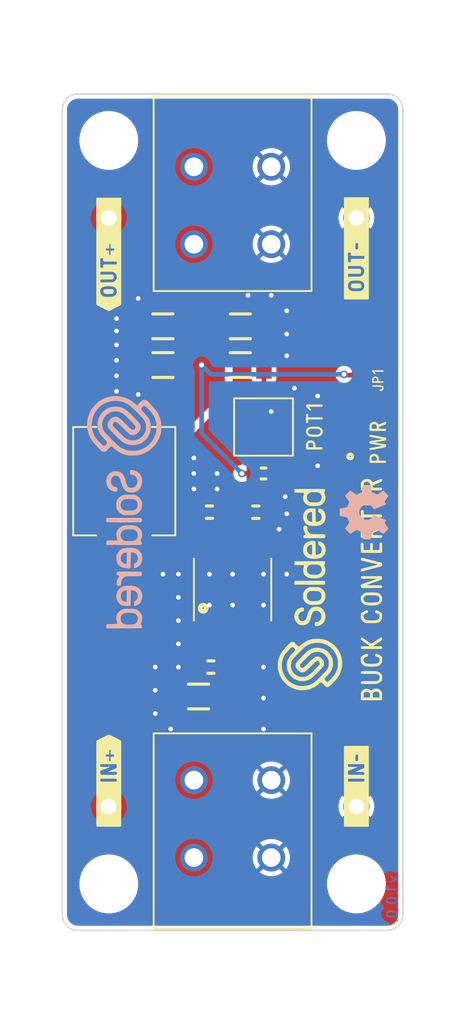
<source format=kicad_pcb>
(kicad_pcb (version 20210126) (generator pcbnew)
  (layers (0 "F.Cu" mixed) (31 "B.Cu" signal) (34 "B.Paste" user) (35 "F.Paste" user) (36 "B.SilkS" user "B.Silkscreen") (37 "F.SilkS" user "F.Silkscreen") (38 "B.Mask" user) (39 "F.Mask" user) (44 "Edge.Cuts" user))
  (net 0 "")
  (net 1 "VIN")
  (net 2 "GND")
  (net 3 "Net-(C3-Pad2)")
  (net 4 "Net-(C4-Pad2)")
  (net 5 "Net-(C4-Pad1)")
  (net 6 "VCC")
  (net 7 "Net-(R2-Pad1)")
  (net 9 "Net-(D1-Pad1)")
  (net 10 "Net-(JP1-Pad2)")
  (footprint "Soldered Graphics:Logo-Back-SolderedFULL-15mm" (layer "F.Cu") (at 84 103 90)
    (fp_text reference "REF**" hide)
    (fp_text value "Logo-Front-SolderedFULL-15mm" hide)
  )
  (footprint "e-radionica.com footprinti:1206C" (layer "F.Cu") (at 86.5 93.5)
    (fp_text reference "C7")
    (fp_text value "GRT31CR61H106KE01L")
    (pad "1" smd rect (at -1.525 0 90) (size 1.75 1) (layers "F.Cu" "F.Paste" "F.Mask") (net 2 "GND"))
    (pad "2" smd rect (at 1.525 0 90) (size 1.75 1) (layers "F.Cu" "F.Paste" "F.Mask") (net 6 "VCC"))
  )
  (footprint "e-radionica.com footprinti:HOLE_3.2mm" (layer "F.Cu") (at 99 127)
    (fp_text reference "H3" hide)
    (fp_text value "HOLE_3.2mm" hide)
    (pad "" np_thru_hole circle (at 0 0) (size 3.2 3.2) (drill 3.2) (layers F&B.Cu *.Mask))
  )
  (footprint "e-radionica.com footprinti:SOIC-8_POWERPAD" (layer "F.Cu") (at 91 108 90)
    (fp_text reference "U1")
    (fp_text value "LMR33630BDDA")
    (pad "1" smd rect (at -2.7 -1.905 90) (size 1.55 0.6) (layers "F.Cu" "F.Paste" "F.Mask") (net 2 "GND"))
    (pad "2" smd rect (at -2.7 -0.635 90) (size 1.55 0.6) (layers "F.Cu" "F.Paste" "F.Mask") (net 1 "VIN"))
    (pad "3" smd rect (at -2.7 0.635 90) (size 1.55 0.6) (layers "F.Cu" "F.Paste" "F.Mask") (net 1 "VIN"))
    (pad "4" smd rect (at -2.7 1.905 90) (size 1.55 0.6) (layers "F.Cu" "F.Paste" "F.Mask"))
    (pad "5" smd rect (at 2.7 1.905 90) (size 1.55 0.6) (layers "F.Cu" "F.Paste" "F.Mask") (net 7 "Net-(R2-Pad1)"))
    (pad "6" smd rect (at 2.7 0.635 90) (size 1.55 0.6) (layers "F.Cu" "F.Paste" "F.Mask") (net 3 "Net-(C3-Pad2)"))
    (pad "7" smd rect (at 2.7 -0.635 90) (size 1.55 0.6) (layers "F.Cu" "F.Paste" "F.Mask") (net 5 "Net-(C4-Pad1)"))
    (pad "8" smd rect (at 2.7 -1.905 90) (size 1.55 0.6) (layers "F.Cu" "F.Paste" "F.Mask") (net 4 "Net-(C4-Pad2)"))
    (pad "9" smd rect (at 0 0 90) (size 2.95 4.9) (layers "F.Cu") (net 2 "GND"))
  )
  (footprint "e-radionica.com footprinti:1206C" (layer "F.Cu") (at 88.8 114.9)
    (fp_text reference "C1")
    (fp_text value "GRT31CR61H106KE01L")
    (pad "1" smd rect (at -1.525 0 90) (size 1.75 1) (layers "F.Cu" "F.Paste" "F.Mask") (net 2 "GND"))
    (pad "2" smd rect (at 1.525 0 90) (size 1.75 1) (layers "F.Cu" "F.Paste" "F.Mask") (net 1 "VIN"))
  )
  (footprint "e-radionica.com footprinti:1206C" (layer "F.Cu") (at 91.5 93.5 180)
    (fp_text reference "C5")
    (fp_text value "GRT31CR61H106KE01L")
    (pad "1" smd rect (at -1.525 0 270) (size 1.75 1) (layers "F.Cu" "F.Paste" "F.Mask") (net 2 "GND"))
    (pad "2" smd rect (at 1.525 0 270) (size 1.75 1) (layers "F.Cu" "F.Paste" "F.Mask") (net 6 "VCC"))
  )
  (footprint "e-radionica.com footprinti:tc33x-2-103e" (layer "F.Cu") (at 93 97.5 90)
    (fp_text reference "R3")
    (fp_text value "TC33X-2-503E")
    (pad "1" smd rect (at -1 1.8 90) (size 1.2 1.2) (layers "F.Cu" "F.Paste" "F.Mask"))
    (pad "2" smd rect (at 0 -1.45 90) (size 1.6 1.5) (layers "F.Cu" "F.Paste" "F.Mask") (net 7 "Net-(R2-Pad1)"))
    (pad "3" smd rect (at 1 1.8 90) (size 1.2 1.2) (layers "F.Cu" "F.Paste" "F.Mask") (net 2 "GND"))
  )
  (footprint "buzzardLabel" (layer "F.Cu") (at 100.4 94.5 90)
    (fp_text reference "" (at 0 0 90) (layer "F.SilkS") (effects (font (size 1.27 1.27))))
    (fp_text value "" (at 0 0 90) (layer "F.SilkS") (effects (font (size 1.27 1.27))))
  )
  (footprint "buzzardLabel" (layer "F.Cu") (at 100 108 90)
    (fp_text reference "" (at 0 0 90) (layer "F.SilkS") (effects (font (size 1.27 1.27))))
    (fp_text value "" (at 0 0 90) (layer "F.SilkS") (effects (font (size 1.27 1.27))))
  )
  (footprint "e-radionica.com footprinti:TERMINAL_KF235-5.0-2P" (layer "F.Cu") (at 91 122.8)
    (fp_text reference "K1")
    (fp_text value "TERMINAL_KF235-5.0-2P")
    (pad "1" thru_hole circle (at 2.5 2.5) (size 1.8 1.8) (drill 1.2) (layers *.Cu *.Mask) (net 2 "GND"))
    (pad "1" thru_hole circle (at 2.5 -2.5) (size 1.8 1.8) (drill 1.2) (layers *.Cu *.Mask) (net 2 "GND"))
    (pad "2" thru_hole circle (at -2.5 2.5) (size 1.8 1.8) (drill 1.2) (layers *.Cu *.Mask) (net 1 "VIN"))
    (pad "2" thru_hole circle (at -2.5 -2.5) (size 1.8 1.8) (drill 1.2) (layers *.Cu *.Mask) (net 1 "VIN"))
  )
  (footprint "Soldered Graphics:Logo-Back-OSH-3.5mm" (layer "F.Cu") (at 99.5 103 90)
    (fp_text reference "G***" hide)
    (fp_text value "LOGO" hide)
  )
  (footprint "Soldered Graphics:Logo-Front-SolderedFULL-13mm" (layer "F.Cu") (at 96 108 90)
    (fp_text reference "REF**" hide)
    (fp_text value "Logo-Front-SolderedFULL-13mm" hide)
  )
  (footprint "buzzardLabel" (layer "F.Cu") (at 96.3 97.5 90)
    (fp_text reference "" (at 0 0 90) (layer "F.SilkS") (effects (font (size 1.27 1.27))))
    (fp_text value "" (at 0 0 90) (layer "F.SilkS") (effects (font (size 1.27 1.27))))
  )
  (footprint "e-radionica.com footprinti:SMD-JUMPER-CONNECTED_TRACE_NOSLODERMASK" (layer "F.Cu") (at 99.2 94.5 -90)
    (fp_text reference "JP1")
    (fp_text value "SMD-JUMPER-CONNECTED_TRACE_NOSLODERMASK")
    (fp_poly (pts (xy 0.1 0.1) (xy -0.1 0.1) (xy -0.1 -0.1) (xy 0.1 -0.1)) (layer "F.Cu") (width 0.1) (fill solid))
    (pad "1" smd rect (at -0.35 0 270) (size 0.5 1) (layers "F.Cu") (net 6 "VCC"))
    (pad "2" smd rect (at 0.35 0 270) (size 0.5 1) (layers "F.Cu") (net 10 "Net-(JP1-Pad2)"))
  )
  (footprint "e-radionica.com footprinti:HEADER_MALE_1X1" (layer "F.Cu") (at 99 84)
    (fp_text reference "K6")
    (fp_text value "HEADER_MALE_1X1")
    (pad "1" thru_hole circle (at 0 0) (size 1.7 1.7) (drill 1) (layers *.Cu *.Mask) (net 2 "GND"))
  )
  (footprint "buzzardLabel" (layer "F.Cu") (at 99 82.27 90)
    (fp_text reference "" (at 0 0 90) (layer "F.SilkS") (effects (font (size 1.27 1.27))))
    (fp_text value "" (at 0 0 90) (layer "F.SilkS") (effects (font (size 1.27 1.27))))
  )
  (footprint "buzzardLabel" (layer "F.Cu") (at 83 123.7 90)
    (fp_text reference "" (at 0 0 90) (layer "F.SilkS") (effects (font (size 1.27 1.27))))
    (fp_text value "" (at 0 0 90) (layer "F.SilkS") (effects (font (size 1.27 1.27))))
  )
  (footprint "e-radionica.com footprinti:FIDUCIAL_1MM_PASTE" (layer "F.Cu") (at 91 128)
    (fp_text reference "FD1")
    (fp_text value "Fiducial_Stencil")
    (pad "1" smd circle (at 0 0) (size 1 1) (property pad_prop_fiducial_glob) (layers "F.Cu" "F.Paste" "F.Mask"))
  )
  (footprint "e-radionica.com footprinti:HEADER_MALE_1X1" (layer "F.Cu") (at 99 122)
    (fp_text reference "K3")
    (fp_text value "HEADER_MALE_1X1")
    (pad "1" thru_hole circle (at 0 0) (size 1.7 1.7) (drill 1) (layers *.Cu *.Mask) (net 2 "GND"))
  )
  (footprint "e-radionica.com footprinti:HEADER_MALE_1X1" (layer "F.Cu") (at 83 84)
    (fp_text reference "K5")
    (fp_text value "HEADER_MALE_1X1")
    (pad "1" thru_hole circle (at 0 0) (size 1.7 1.7) (drill 1) (layers *.Cu *.Mask) (net 6 "VCC"))
  )
  (footprint "e-radionica.com footprinti:0603R" (layer "F.Cu") (at 93 100.5 180)
    (fp_text reference "R2")
    (fp_text value "100k")
    (pad "1" smd rect (at -0.775 0 270) (size 1 0.64) (layers "F.Cu" "F.Paste" "F.Mask") (net 7 "Net-(R2-Pad1)"))
    (pad "2" smd rect (at 0.775 0 270) (size 1 0.64) (layers "F.Cu" "F.Paste" "F.Mask") (net 6 "VCC"))
  )
  (footprint "e-radionica.com footprinti:1206C" (layer "F.Cu") (at 91.5 91 180)
    (fp_text reference "C8")
    (fp_text value "GRT31CR61H106KE01L")
    (pad "1" smd rect (at -1.525 0 270) (size 1.75 1) (layers "F.Cu" "F.Paste" "F.Mask") (net 2 "GND"))
    (pad "2" smd rect (at 1.525 0 270) (size 1.75 1) (layers "F.Cu" "F.Paste" "F.Mask") (net 6 "VCC"))
  )
  (footprint "e-radionica.com footprinti:1206C" (layer "F.Cu") (at 86.5 91)
    (fp_text reference "C6")
    (fp_text value "GRT31CR61H106KE01L")
    (pad "1" smd rect (at -1.525 0 90) (size 1.75 1) (layers "F.Cu" "F.Paste" "F.Mask") (net 2 "GND"))
    (pad "2" smd rect (at 1.525 0 90) (size 1.75 1) (layers "F.Cu" "F.Paste" "F.Mask") (net 6 "VCC"))
  )
  (footprint "e-radionica.com footprinti:HOLE_3.2mm" (layer "F.Cu") (at 99 79)
    (fp_text reference "H4" hide)
    (fp_text value "HOLE_3.2mm" hide)
    (pad "" np_thru_hole circle (at 0 0) (size 3.2 3.2) (drill 3.2) (layers F&B.Cu *.Mask))
  )
  (footprint "e-radionica.com footprinti:HEADER_MALE_1X1" (layer "F.Cu") (at 83 122)
    (fp_text reference "K2")
    (fp_text value "HEADER_MALE_1X1")
    (pad "1" thru_hole circle (at 0 0) (size 1.7 1.7) (drill 1) (layers *.Cu *.Mask) (net 1 "VIN"))
  )
  (footprint "e-radionica.com footprinti:TERMINAL_KF235-5.0-2P" (layer "F.Cu") (at 91 83.2 180)
    (fp_text reference "K7")
    (fp_text value "TERMINAL_KF235-5.0-2P")
    (pad "1" thru_hole circle (at 2.5 2.5 180) (size 1.8 1.8) (drill 1.2) (layers *.Cu *.Mask) (net 6 "VCC"))
    (pad "1" thru_hole circle (at 2.5 -2.5 180) (size 1.8 1.8) (drill 1.2) (layers *.Cu *.Mask) (net 6 "VCC"))
    (pad "2" thru_hole circle (at -2.5 2.5 180) (size 1.8 1.8) (drill 1.2) (layers *.Cu *.Mask) (net 2 "GND"))
    (pad "2" thru_hole circle (at -2.5 -2.5 180) (size 1.8 1.8) (drill 1.2) (layers *.Cu *.Mask) (net 2 "GND"))
  )
  (footprint "e-radionica.com footprinti:0402LED" (layer "F.Cu") (at 99.2 98.5 -90)
    (fp_text reference "D1")
    (fp_text value "purple")
    (pad "1" smd rect (at -0.55 0) (size 0.75 0.45) (layers "F.Cu" "F.Paste" "F.Mask") (net 9 "Net-(D1-Pad1)"))
    (pad "2" smd rect (at 0.55 0) (size 0.75 0.45) (layers "F.Cu" "F.Paste" "F.Mask") (net 2 "GND"))
  )
  (footprint "e-radionica.com footprinti:Inductor_SMD_7x6.6" (layer "F.Cu") (at 84 101 90)
    (fp_text reference "L1")
    (fp_text value "PSPMAA0603-3R3M-ANF")
    (pad "1" smd rect (at -3.05 0 180) (size 3.5 2.35) (layers "F.Cu" "F.Paste" "F.Mask") (net 4 "Net-(C4-Pad2)"))
    (pad "2" smd rect (at 3.05 0) (size 3.5 2.35) (layers "F.Cu" "F.Paste" "F.Mask") (net 6 "VCC"))
  )
  (footprint "buzzardLabel" (layer "F.Cu") (at 100.4 98.5 90)
    (fp_text reference "" (at 0 0 90) (layer "F.SilkS") (effects (font (size 1.27 1.27))))
    (fp_text value "" (at 0 0 90) (layer "F.SilkS") (effects (font (size 1.27 1.27))))
  )
  (footprint "buzzardLabel" (layer "F.Cu") (at 99 123.7 90)
    (fp_text reference "" (at 0 0 90) (layer "F.SilkS") (effects (font (size 1.27 1.27))))
    (fp_text value "" (at 0 0 90) (layer "F.SilkS") (effects (font (size 1.27 1.27))))
  )
  (footprint "e-radionica.com footprinti:0603C" (layer "F.Cu") (at 89.6 113)
    (fp_text reference "C2")
    (fp_text value "AC0603KRX7R9BB224")
    (pad "1" smd rect (at -0.73 0) (size 0.66 1) (layers "F.Cu" "F.Paste" "F.Mask") (net 2 "GND"))
    (pad "2" smd rect (at 0.73 0) (size 0.66 1) (layers "F.Cu" "F.Paste" "F.Mask") (net 1 "VIN"))
  )
  (footprint "e-radionica.com footprinti:0402R" (layer "F.Cu") (at 99.2 96.5 -90)
    (fp_text reference "R4")
    (fp_text value "1k")
    (pad "1" smd rect (at -0.5 0) (size 0.64 0.54) (layers "F.Cu" "F.Paste" "F.Mask") (net 10 "Net-(JP1-Pad2)"))
    (pad "2" smd rect (at 0.5 0) (size 0.64 0.54) (layers "F.Cu" "F.Paste" "F.Mask") (net 9 "Net-(D1-Pad1)"))
  )
  (footprint "e-radionica.com footprinti:HOLE_3.2mm" (layer "F.Cu") (at 83 79)
    (fp_text reference "H1" hide)
    (fp_text value "HOLE_3.2mm" hide)
    (pad "" np_thru_hole circle (at 0 0) (size 3.2 3.2) (drill 3.2) (layers F&B.Cu *.Mask))
  )
  (footprint "e-radionica.com footprinti:0603C" (layer "F.Cu") (at 89.5 103 180)
    (fp_text reference "C4")
    (fp_text value "06033C104KAT4A")
    (pad "1" smd rect (at -0.73 0 180) (size 0.66 1) (layers "F.Cu" "F.Paste" "F.Mask") (net 5 "Net-(C4-Pad1)"))
    (pad "2" smd rect (at 0.73 0 180) (size 0.66 1) (layers "F.Cu" "F.Paste" "F.Mask") (net 4 "Net-(C4-Pad2)"))
  )
  (footprint "e-radionica.com footprinti:0603C" (layer "F.Cu") (at 92.5 103 180)
    (fp_text reference "C3")
    (fp_text value "CL10A105KA8NFNC")
    (pad "1" smd rect (at -0.73 0 180) (size 0.66 1) (layers "F.Cu" "F.Paste" "F.Mask") (net 2 "GND"))
    (pad "2" smd rect (at 0.73 0 180) (size 0.66 1) (layers "F.Cu" "F.Paste" "F.Mask") (net 3 "Net-(C3-Pad2)"))
  )
  (footprint "buzzardLabel" (layer "F.Cu") (at 83 82.3 90)
    (fp_text reference "" (at 0 0 90) (layer "F.SilkS") (effects (font (size 1.27 1.27))))
    (fp_text value "" (at 0 0 90) (layer "F.SilkS") (effects (font (size 1.27 1.27))))
  )
  (footprint "e-radionica.com footprinti:HOLE_3.2mm" (layer "F.Cu") (at 83 127)
    (fp_text reference "H2" hide)
    (fp_text value "HOLE_3.2mm" hide)
    (pad "" np_thru_hole circle (at 0 0) (size 3.2 3.2) (drill 3.2) (layers F&B.Cu *.Mask))
  )
  (footprint "Soldered Graphics:Version1.0.0." (layer "B.Cu") (at 101.3 128 -90)
    (fp_text reference "" (at 0 0 -90) (layer "B.SilkS") (effects (font (size 1.27 1.27)) (justify mirror)))
    (fp_text value "" (at 0 0 -90) (layer "B.SilkS") (effects (font (size 1.27 1.27)) (justify mirror)))
    (fp_poly (pts (xy -0.44 -0.38) (xy -0.39 -0.38) (xy -0.34 -0.37) (xy -0.34 -0.33) (xy -0.34 -0.27) (xy -0.38 -0.26) (xy -0.43 -0.26) (xy -0.46 -0.29) (xy -0.46 -0.34) (xy -0.44 -0.38)) (layer "B.Cu") (width 0.01) (fill solid))
    (fp_poly (pts (xy 0.93 -0.35) (xy 0.99 -0.35) (xy 1.04 -0.33) (xy 1.01 -0.28) (xy 0.91 -0.28) (xy 0.87 -0.25) (xy 0.85 -0.2) (xy 0.83 -0.15) (xy 0.83 -0.11) (xy 0.82 0.01) (xy 0.83 0.13) (xy 0.83 0.17) (xy 0.84 0.22) (xy 0.87 0.27) (xy 0.9 0.3) (xy 1.01 0.3) (xy 1.04 0.26) (xy 1.05 0.21) (xy 1.06 0.15) (xy 1.07 0.05) (xy 1.07 -0.08) (xy 1.06 -0.12) (xy 1.06 -0.17) (xy 1.04 -0.22) (xy 1.02 -0.27) (xy 1.01 -0.28) (xy 1.05 -0.32) (xy 1.09 -0.29) (xy 1.12 -0.26) (xy 1.14 -0.22) (xy 1.15 -0.16) (xy 1.16 -0.11) (xy 1.16 -0.06) (xy 1.16 0.06) (xy 1.16 0.12) (xy 1.15 0.17) (xy 1.14 0.22) (xy 1.13 0.27) (xy 1.1 0.3) (xy 1.06 0.34) (xy 1.01 0.37) (xy 0.95 0.38) (xy 0.9 0.38) (xy 0.84 0.35) (xy 0.8 0.31) (xy 0.78 0.28) (xy 0.75 0.23) (xy 0.74 0.18) (xy 0.74 0.13) (xy 0.73 0.08) (xy 0.73 -0.04) (xy 0.73 -0.1) (xy 0.74 -0.14) (xy 0.75 -0.2) (xy 0.77 -0.25) (xy 0.79 -0.28) (xy 0.83 -0.32) (xy 0.89 -0.35) (xy 0.93 -0.35)) (layer "B.Cu") (width 0.01) (fill solid))
    (fp_poly (pts (xy 0.06 -0.35) (xy 0.11 -0.35) (xy 0.17 -0.33) (xy 0.13 -0.28) (xy 0.03 -0.28) (xy -0.01 -0.25) (xy -0.03 -0.2) (xy -0.05 -0.15) (xy -0.05 -0.11) (xy -0.05 0.01) (xy -0.05 0.13) (xy -0.05 0.17) (xy -0.03 0.22) (xy -0.01 0.27) (xy 0.02 0.3) (xy 0.13 0.3) (xy 0.16 0.26) (xy 0.18 0.21) (xy 0.18 0.15) (xy 0.19 0.05) (xy 0.19 -0.08) (xy 0.19 -0.12) (xy 0.18 -0.17) (xy 0.16 -0.22) (xy 0.14 -0.27) (xy 0.14 -0.28) (xy 0.17 -0.32) (xy 0.21 -0.29) (xy 0.24 -0.26) (xy 0.26 -0.22) (xy 0.27 -0.16) (xy 0.28 -0.11) (xy 0.28 -0.06) (xy 0.28 0.06) (xy 0.28 0.12) (xy 0.27 0.17) (xy 0.26 0.22) (xy 0.25 0.27) (xy 0.22 0.3) (xy 0.19 0.34) (xy 0.13 0.37) (xy 0.08 0.38) (xy 0.02 0.38) (xy -0.03 0.35) (xy -0.08 0.31) (xy -0.1 0.28) (xy -0.12 0.23) (xy -0.14 0.18) (xy -0.14 0.13) (xy -0.15 0.08) (xy -0.15 -0.04) (xy -0.14 -0.1) (xy -0.14 -0.14) (xy -0.13 -0.2) (xy -0.11 -0.25) (xy -0.08 -0.28) (xy -0.05 -0.32) (xy 0.01 -0.35) (xy 0.06 -0.35)) (layer "B.Cu") (width 0.01) (fill solid))
    (fp_poly (pts (xy 1.31 -0.38) (xy 1.36 -0.38) (xy 1.41 -0.37) (xy 1.42 -0.33) (xy 1.42 -0.27) (xy 1.38 -0.26) (xy 1.33 -0.26) (xy 1.3 -0.29) (xy 1.3 -0.34) (xy 1.31 -0.38)) (layer "B.Cu") (width 0.01) (fill solid))
    (fp_poly (pts (xy 0.43 -0.38) (xy 0.48 -0.38) (xy 0.54 -0.37) (xy 0.54 -0.33) (xy 0.54 -0.27) (xy 0.5 -0.26) (xy 0.45 -0.26) (xy 0.42 -0.29) (xy 0.42 -0.34) (xy 0.43 -0.38)) (layer "B.Cu") (width 0.01) (fill solid))
    (fp_poly (pts (xy -0.67 -0.35) (xy -0.62 -0.35) (xy -0.6 -0.31) (xy -0.6 0.35) (xy -0.64 0.38) (xy -0.69 0.38) (xy -0.73 0.34) (xy -0.84 0.22) (xy -0.86 0.17) (xy -0.83 0.16) (xy -0.73 0.22) (xy -0.69 0.23) (xy -0.69 -0.31) (xy -0.67 -0.35)) (layer "B.Cu") (width 0.01) (fill solid))
    (fp_poly (pts (xy -1.33 -0.35) (xy -1.27 -0.35) (xy -1.25 -0.31) (xy -1.09 0.1) (xy -1.11 0.13) (xy -1.16 0.13) (xy -1.19 0.1) (xy -1.28 -0.16) (xy -1.3 -0.21) (xy -1.32 -0.17) (xy -1.41 0.09) (xy -1.44 0.13) (xy -1.49 0.13) (xy -1.51 0.1) (xy -1.36 -0.31) (xy -1.33 -0.35)) (layer "B.Cu") (width 0.01) (fill solid))
  )
  (gr_line (start 101 130) (end 81 130) (layer "Edge.Cuts") (width 0.1))
  (gr_line (start 80 129) (end 80 77) (layer "Edge.Cuts") (width 0.1))
  (gr_arc (start 101 129) (end 101 130) (angle -90) (layer "Edge.Cuts") (width 0.1))
  (gr_line (start 81 76) (end 101 76) (layer "Edge.Cuts") (width 0.1))
  (gr_arc (start 81 129) (end 81 130) (angle 90) (layer "Edge.Cuts") (width 0.1))
  (gr_arc (start 101 77) (end 102 77) (angle -90) (layer "Edge.Cuts") (width 0.1))
  (gr_arc (start 81 77) (end 81 76) (angle -90) (layer "Edge.Cuts") (width 0.1))
  (gr_line (start 102 77) (end 102 129) (layer "Edge.Cuts") (width 0.1))
  (via (at 87 117) (size 0.5) (drill 0.3) (layers "F.Cu" "B.Cu") (net 2))
  (via (at 90 100.5) (size 0.5) (drill 0.3) (layers "F.Cu" "B.Cu") (net 2))
  (via (at 93.5 89) (size 0.5) (drill 0.3) (layers "F.Cu" "B.Cu") (net 2))
  (via (at 88.5 101.5) (size 0.5) (drill 0.3) (layers "F.Cu" "B.Cu") (net 2))
  (via (at 90 101.5) (size 0.5) (drill 0.3) (layers "F.Cu" "B.Cu") (net 2))
  (via (at 89.5 107) (size 0.5) (drill 0.3) (layers "F.Cu" "B.Cu") (net 2))
  (via (at 93.5 96.5) (size 0.5) (drill 0.3) (layers "F.Cu" "B.Cu") (net 2))
  (via (at 87.5 108.5) (size 0.5) (drill 0.3) (layers "F.Cu" "B.Cu") (net 2))
  (via (at 94.5 103.1) (size 0.5) (drill 0.3) (layers "F.Cu" "B.Cu") (net 2))
  (via (at 91 109) (size 0.5) (drill 0.3) (layers "F.Cu" "B.Cu") (net 2))
  (via (at 87.5 110) (size 0.5) (drill 0.3) (layers "F.Cu" "B.Cu") (net 2))
  (via (at 87.5 111.5) (size 0.5) (drill 0.3) (layers "F.Cu" "B.Cu") (net 2))
  (via (at 86 113) (size 0.5) (drill 0.3) (layers "F.Cu" "B.Cu") (net 2))
  (via (at 83.5 90.5) (size 0.5) (drill 0.3) (layers "F.Cu" "B.Cu") (net 2))
  (via (at 83.5 91.3) (size 0.5) (drill 0.3) (layers "F.Cu" "B.Cu") (net 2))
  (via (at 95 95) (size 0.5) (drill 0.3) (layers "F.Cu" "B.Cu") (net 2))
  (via (at 94.5 92.9) (size 0.5) (drill 0.3) (layers "F.Cu" "B.Cu") (net 2))
  (via (at 87.5 113) (size 0.5) (drill 0.3) (layers "F.Cu" "B.Cu") (net 2))
  (via (at 94 104.1) (size 0.5) (drill 0.3) (layers "F.Cu" "B.Cu") (net 2))
  (via (at 87.5 107) (size 0.5) (drill 0.3) (layers "F.Cu" "B.Cu") (net 2))
  (via (at 84.9 95.4) (size 0.5) (drill 0.3) (layers "F.Cu" "B.Cu") (net 2))
  (via (at 93 117) (size 0.5) (drill 0.3) (layers "F.Cu" "B.Cu") (net 2))
  (via (at 94.5 91.5) (size 0.5) (drill 0.3) (layers "F.Cu" "B.Cu") (net 2))
  (via (at 86.5 107) (size 0.5) (drill 0.3) (layers "F.Cu" "B.Cu") (net 2))
  (via (at 94.5 90) (size 0.5) (drill 0.3) (layers "F.Cu" "B.Cu") (net 2))
  (via (at 93 109) (size 0.5) (drill 0.3) (layers "F.Cu" "B.Cu") (net 2))
  (via (at 86 116) (size 0.5) (drill 0.3) (layers "F.Cu" "B.Cu") (net 2))
  (via (at 86 114.5) (size 0.5) (drill 0.3) (layers "F.Cu" "B.Cu") (net 2))
  (via (at 94.5 107) (size 0.5) (drill 0.3) (layers "F.Cu" "B.Cu") (net 2))
  (via (at 93 107) (size 0.5) (drill 0.3) (layers "F.Cu" "B.Cu") (net 2))
  (via (at 88.5 99.5) (size 0.5) (drill 0.3) (layers "F.Cu" "B.Cu") (net 2))
  (via (at 89.5 109) (size 0.5) (drill 0.3) (layers "F.Cu" "B.Cu") (net 2))
  (via (at 91 107) (size 0.5) (drill 0.3) (layers "F.Cu" "B.Cu") (net 2))
  (via (at 83.5 93.2) (size 0.5) (drill 0.3) (layers "F.Cu" "B.Cu") (net 2))
  (via (at 88.5 100.5) (size 0.5) (drill 0.3) (layers "F.Cu" "B.Cu") (net 2))
  (via (at 83.5 95.2) (size 0.5) (drill 0.3) (layers "F.Cu" "B.Cu") (net 2))
  (via (at 83.5 92.2) (size 0.5) (drill 0.3) (layers "F.Cu" "B.Cu") (net 2))
  (via (at 92 89) (size 0.5) (drill 0.3) (layers "F.Cu" "B.Cu") (net 2))
  (via (at 83.5 94.2) (size 0.5) (drill 0.3) (layers "F.Cu" "B.Cu") (net 2))
  (via (at 94.4 102) (size 0.5) (drill 0.3) (layers "F.Cu" "B.Cu") (net 2))
  (via (at 93 113) (size 0.5) (drill 0.3) (layers "F.Cu" "B.Cu") (net 2))
  (via (at 96.5 95.5) (size 0.5) (drill 0.3) (layers "F.Cu" "B.Cu") (net 2))
  (via (at 84.9 89.2) (size 0.5) (drill 0.3) (layers "F.Cu" "B.Cu") (net 2))
  (via (at 93 115) (size 0.5) (drill 0.3) (layers "F.Cu" "B.Cu") (net 2))
  (via (at 96.5 100) (size 0.5) (drill 0.3) (layers "F.Cu" "B.Cu") (net 2))
  (segment (start 91.635 105.3) (end 91.635 103.135) (width 0.6) (layer "F.Cu") (net 3))
  (segment (start 91.635 103.135) (end 91.77 103) (width 0.6) (layer "F.Cu") (net 3))
  (segment (start 90.365 103.135) (end 90.23 103) (width 0.6) (layer "F.Cu") (net 5))
  (segment (start 90.365 105.3) (end 90.365 103.135) (width 0.6) (layer "F.Cu") (net 5))
  (segment (start 91.6 100.5) (end 92.225 100.5) (width 0.3) (layer "F.Cu") (net 6))
  (segment (start 99.2 94.15) (end 98.25 94.15) (width 0.3) (layer "F.Cu") (net 6))
  (segment (start 83 84) (end 87 84) (width 2.5) (layer "F.Cu") (net 6))
  (segment (start 98.25 94.15) (end 98.2 94.1) (width 0.3) (layer "F.Cu") (net 6))
  (segment (start 87 84) (end 88.5 85.5) (width 2.5) (layer "F.Cu") (net 6))
  (via (at 98.2 94.1) (size 0.5) (drill 0.3) (layers "F.Cu" "B.Cu") (net 6))
  (via (at 89 93.5) (size 0.5) (drill 0.3) (layers "F.Cu" "B.Cu") (net 6))
  (via (at 91.6 100.5) (size 0.5) (drill 0.3) (layers "F.Cu" "B.Cu") (net 6))
  (segment (start 89 97.9) (end 91.6 100.5) (width 0.3) (layer "B.Cu") (net 6))
  (segment (start 89.6 94.1) (end 89 93.5) (width 0.3) (layer "B.Cu") (net 6))
  (segment (start 98.2 94.1) (end 89.6 94.1) (width 0.3) (layer "B.Cu") (net 6))
  (segment (start 89 93.5) (end 89 97.9) (width 0.3) (layer "B.Cu") (net 6))
  (segment (start 93.775 100.275) (end 91.55 98.05) (width 0.4) (layer "F.Cu") (net 7))
  (segment (start 94.2 105.3) (end 95.5 104) (width 0.4) (layer "F.Cu") (net 7))
  (segment (start 93.775 100.5) (end 93.775 100.275) (width 0.4) (layer "F.Cu") (net 7))
  (segment (start 91.55 98.05) (end 91.55 97.5) (width 0.4) (layer "F.Cu") (net 7))
  (segment (start 95.5 104) (end 95.5 101.5) (width 0.4) (layer "F.Cu") (net 7))
  (segment (start 92.905 105.3) (end 94.2 105.3) (width 0.4) (layer "F.Cu") (net 7))
  (segment (start 95.5 101.5) (end 94.5 100.5) (width 0.4) (layer "F.Cu") (net 7))
  (segment (start 94.5 100.5) (end 93.775 100.5) (width 0.4) (layer "F.Cu") (net 7))
  (segment (start 99.2 97) (end 99.2 97.95) (width 0.3) (layer "F.Cu") (net 9))
  (segment (start 99.2 94.85) (end 99.2 96) (width 0.3) (layer "F.Cu") (net 10))
  (zone (net 1) (net_name "VIN") (layer "F.Cu") (priority 3) (connect_pads yes (clearance 0.5)) (min_thickness 0.254) (fill yes (thermal_gap 0.3) (thermal_bridge_width 0.3))
    (polygon (pts (xy 90.8 111.5) (xy 91.4 111.5) (xy 91.4 109.9) (xy 92.1 109.9) (xy 92.1 117.6) (xy 90.4 119.3) (xy 90.4 125.5) (xy 89.2 126.6) (xy 87.8 126.6) (xy 86.9 125.7) (xy 86.9 118.7) (xy 89.8 115.8) (xy 89.8 113.8) (xy 90.1 113.5) (xy 90.1 111.5) (xy 90.1 109.9) (xy 90.8 109.9)))
  )
  (zone (net 1) (net_name "VIN") (layer "F.Cu") (priority 3) (connect_pads yes (clearance 0.5)) (min_thickness 0.254) (fill yes (thermal_gap 0.3) (thermal_bridge_width 0.3))
    (polygon (pts (xy 87.1 121.7) (xy 85.5 123.3) (xy 81.9 123.3) (xy 81.7 123.1) (xy 81.7 120.9) (xy 81.9 120.7) (xy 84.9 120.7) (xy 87.1 118.5)))
  )
  (zone (net 2) (net_name "GND") (layers F&B.Cu) (connect_pads (clearance 0.3)) (min_thickness 0.254) (fill yes (thermal_gap 0.3) (thermal_bridge_width 0.3))
    (polygon (pts (xy 102 130) (xy 80 130) (xy 80 76) (xy 102 76)))
  )
  (zone (net 6) (net_name "VCC") (layer "F.Cu") (priority 3) (connect_pads yes (clearance 0.5)) (min_thickness 0.254) (fill yes (thermal_gap 0.3) (thermal_bridge_width 0.3))
    (polygon (pts (xy 89.6 79.9) (xy 89.8 80.1) (xy 90.5 80.8) (xy 90.5 95.2) (xy 90.1 95.6) (xy 86.5 99.2) (xy 82.3 99.2) (xy 82.2 99.1) (xy 82.2 96.8) (xy 82.3 96.7) (xy 85.8 96.7) (xy 87.3 95.2) (xy 87.3 80) (xy 88 79.3) (xy 89 79.3)))
  )
  (zone (net 4) (net_name "Net-(C4-Pad2)") (layer "F.Cu") (priority 4) (connect_pads yes (clearance 0.3)) (min_thickness 0.254) (fill yes (thermal_gap 0.3) (thermal_bridge_width 0.4))
    (polygon (pts (xy 89.1 103.5) (xy 89.4 103.8) (xy 89.4 106.1) (xy 88.8 106.1) (xy 88.3 105.6) (xy 86.1 105.6) (xy 85.8 105.3) (xy 82.3 105.3) (xy 82.2 105.2) (xy 82.2 102.9) (xy 82.3 102.8) (xy 85.8 102.8) (xy 86.1 102.5) (xy 89.1 102.5)))
  )
)
</source>
